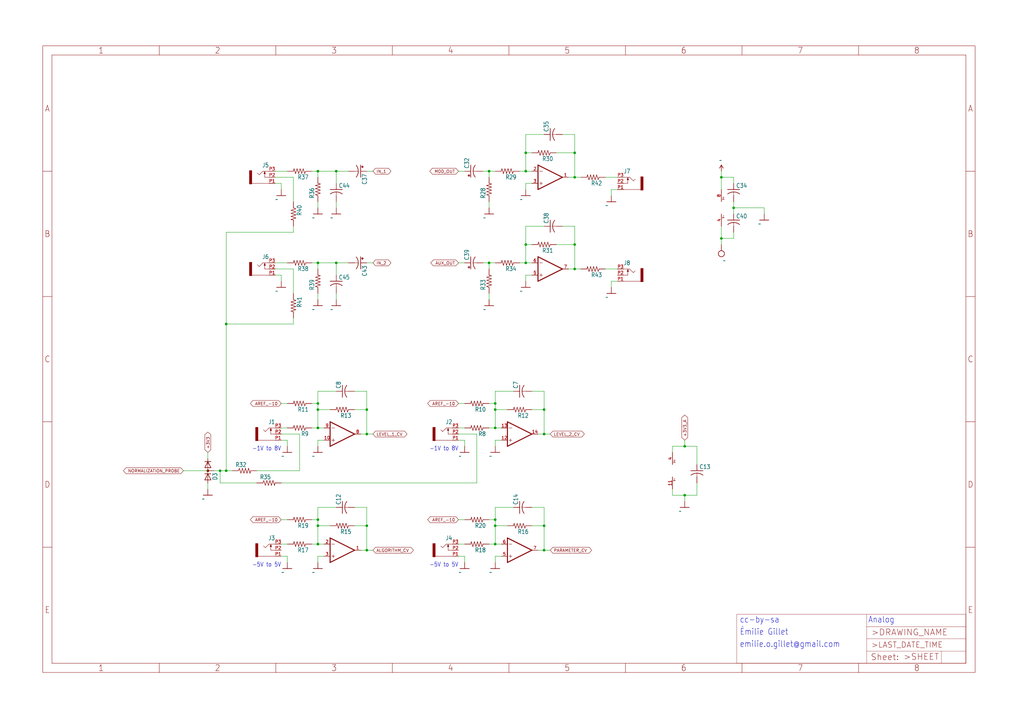
<source format=kicad_sch>
(kicad_sch (version 20211123) (generator eeschema)
  (paper "User" 425.45 299.161)
  (lib_symbols
    (symbol "warps_v30-eagle-import:A3L-LOC"
      (symbol "A3L-LOC_0_0"
        (polyline (pts (xy 0 52.07) (xy 3.81 52.07)))
        (polyline (pts (xy 0 104.14) (xy 3.81 104.14)))
        (polyline (pts (xy 0 156.21) (xy 3.81 156.21)))
        (polyline (pts (xy 0 208.28) (xy 3.81 208.28)))
        (polyline (pts (xy 3.81 3.81) (xy 3.81 256.54)))
        (polyline (pts (xy 48.4188 0) (xy 48.4188 3.81)))
        (polyline (pts (xy 48.4188 256.54) (xy 48.4188 260.35)))
        (polyline (pts (xy 96.8375 0) (xy 96.8375 3.81)))
        (polyline (pts (xy 96.8375 256.54) (xy 96.8375 260.35)))
        (polyline (pts (xy 145.2563 0) (xy 145.2563 3.81)))
        (polyline (pts (xy 145.2563 256.54) (xy 145.2563 260.35)))
        (polyline (pts (xy 193.675 0) (xy 193.675 3.81)))
        (polyline (pts (xy 193.675 256.54) (xy 193.675 260.35)))
        (polyline (pts (xy 242.0938 0) (xy 242.0938 3.81)))
        (polyline (pts (xy 242.0938 256.54) (xy 242.0938 260.35)))
        (polyline (pts (xy 290.5125 0) (xy 290.5125 3.81)))
        (polyline (pts (xy 290.5125 256.54) (xy 290.5125 260.35)))
        (polyline (pts (xy 338.9313 0) (xy 338.9313 3.81)))
        (polyline (pts (xy 338.9313 256.54) (xy 338.9313 260.35)))
        (polyline (pts (xy 383.54 3.81) (xy 3.81 3.81)))
        (polyline (pts (xy 383.54 3.81) (xy 383.54 256.54)))
        (polyline (pts (xy 383.54 52.07) (xy 387.35 52.07)))
        (polyline (pts (xy 383.54 104.14) (xy 387.35 104.14)))
        (polyline (pts (xy 383.54 156.21) (xy 387.35 156.21)))
        (polyline (pts (xy 383.54 208.28) (xy 387.35 208.28)))
        (polyline (pts (xy 383.54 256.54) (xy 3.81 256.54)))
        (polyline (pts (xy 0 0) (xy 387.35 0) (xy 387.35 260.35) (xy 0 260.35) (xy 0 0)))
        (text "1" (at 24.2094 1.905 0) (effects (font (size 2.54 2.286))))
        (text "1" (at 24.2094 258.445 0) (effects (font (size 2.54 2.286))))
        (text "2" (at 72.6281 1.905 0) (effects (font (size 2.54 2.286))))
        (text "2" (at 72.6281 258.445 0) (effects (font (size 2.54 2.286))))
        (text "3" (at 121.0469 1.905 0) (effects (font (size 2.54 2.286))))
        (text "3" (at 121.0469 258.445 0) (effects (font (size 2.54 2.286))))
        (text "4" (at 169.4656 1.905 0) (effects (font (size 2.54 2.286))))
        (text "4" (at 169.4656 258.445 0) (effects (font (size 2.54 2.286))))
        (text "5" (at 217.8844 1.905 0) (effects (font (size 2.54 2.286))))
        (text "5" (at 217.8844 258.445 0) (effects (font (size 2.54 2.286))))
        (text "6" (at 266.3031 1.905 0) (effects (font (size 2.54 2.286))))
        (text "6" (at 266.3031 258.445 0) (effects (font (size 2.54 2.286))))
        (text "7" (at 314.7219 1.905 0) (effects (font (size 2.54 2.286))))
        (text "7" (at 314.7219 258.445 0) (effects (font (size 2.54 2.286))))
        (text "8" (at 363.1406 1.905 0) (effects (font (size 2.54 2.286))))
        (text "8" (at 363.1406 258.445 0) (effects (font (size 2.54 2.286))))
        (text "A" (at 1.905 234.315 0) (effects (font (size 2.54 2.286))))
        (text "A" (at 385.445 234.315 0) (effects (font (size 2.54 2.286))))
        (text "B" (at 1.905 182.245 0) (effects (font (size 2.54 2.286))))
        (text "B" (at 385.445 182.245 0) (effects (font (size 2.54 2.286))))
        (text "C" (at 1.905 130.175 0) (effects (font (size 2.54 2.286))))
        (text "C" (at 385.445 130.175 0) (effects (font (size 2.54 2.286))))
        (text "D" (at 1.905 78.105 0) (effects (font (size 2.54 2.286))))
        (text "D" (at 385.445 78.105 0) (effects (font (size 2.54 2.286))))
        (text "E" (at 1.905 26.035 0) (effects (font (size 2.54 2.286))))
        (text "E" (at 385.445 26.035 0) (effects (font (size 2.54 2.286))))
      )
      (symbol "A3L-LOC_1_0"
        (polyline (pts (xy 288.29 3.81) (xy 288.29 24.13)) (stroke (width 0.1016)))
        (polyline (pts (xy 288.29 3.81) (xy 342.265 3.81)) (stroke (width 0.1016)))
        (polyline (pts (xy 288.29 24.13) (xy 342.265 24.13)) (stroke (width 0.1016)))
        (polyline (pts (xy 342.265 3.81) (xy 373.38 3.81)) (stroke (width 0.1016)))
        (polyline (pts (xy 342.265 8.89) (xy 342.265 3.81)) (stroke (width 0.1016)))
        (polyline (pts (xy 342.265 8.89) (xy 342.265 13.97)) (stroke (width 0.1016)))
        (polyline (pts (xy 342.265 13.97) (xy 342.265 19.05)) (stroke (width 0.1016)))
        (polyline (pts (xy 342.265 13.97) (xy 383.54 13.97)) (stroke (width 0.1016)))
        (polyline (pts (xy 342.265 19.05) (xy 342.265 24.13)) (stroke (width 0.1016)))
        (polyline (pts (xy 342.265 19.05) (xy 383.54 19.05)) (stroke (width 0.1016)))
        (polyline (pts (xy 342.265 24.13) (xy 383.54 24.13)) (stroke (width 0.1016)))
        (polyline (pts (xy 373.38 3.81) (xy 373.38 8.89)) (stroke (width 0.1016)))
        (polyline (pts (xy 373.38 3.81) (xy 383.54 3.81)) (stroke (width 0.1016)))
        (polyline (pts (xy 373.38 8.89) (xy 342.265 8.89)) (stroke (width 0.1016)))
        (polyline (pts (xy 373.38 8.89) (xy 383.54 8.89)) (stroke (width 0.1016)))
        (polyline (pts (xy 383.54 3.81) (xy 383.54 8.89)) (stroke (width 0.1016)))
        (polyline (pts (xy 383.54 8.89) (xy 383.54 13.97)) (stroke (width 0.1016)))
        (polyline (pts (xy 383.54 13.97) (xy 383.54 19.05)) (stroke (width 0.1016)))
        (polyline (pts (xy 383.54 19.05) (xy 383.54 24.13)) (stroke (width 0.1016)))
        (text ">DRAWING_NAME" (at 344.17 15.24 0) (effects (font (size 2.54 2.54)) (justify left bottom)))
        (text ">LAST_DATE_TIME" (at 344.17 10.16 0) (effects (font (size 2.286 2.286)) (justify left bottom)))
        (text ">SHEET" (at 357.505 5.08 0) (effects (font (size 2.54 2.54)) (justify left bottom)))
        (text "Sheet:" (at 343.916 4.953 0) (effects (font (size 2.54 2.54)) (justify left bottom)))
      )
    )
    (symbol "warps_v30-eagle-import:C-USC0603"
      (property "Reference" "C" (at 1.016 0.635 0))
      (property "Value" "C-USC0603" (at 1.016 -4.191 0))
      (symbol "C-USC0603_1_0"
        (arc (start 0 -1.0161) (mid -1.302 -1.2303) (end -2.4668 -1.8504) (stroke (width 0.254)))
        (polyline (pts (xy -2.54 0) (xy 2.54 0)) (stroke (width 0.254)))
        (polyline (pts (xy 0 -1.016) (xy 0 -2.54)) (stroke (width 0.1524)))
        (arc (start 2.4892 -1.8542) (mid 1.3158 -1.2195) (end 0 -1) (stroke (width 0.254)))
        (pin passive line (at 0 2.54 270) (length 2.54) (name "1") (number "1"))
        (pin passive line (at 0 -5.08 90) (length 2.54) (name "2") (number "2"))
      )
    )
    (symbol "warps_v30-eagle-import:CPOL-USA"
      (property "Reference" "C" (at 1.016 0.635 0))
      (property "Value" "CPOL-USA" (at 1.016 -4.191 0))
      (symbol "CPOL-USA_1_0"
        (rectangle (start -2.253 0.668) (end -1.364 0.795) (fill (type outline)))
        (rectangle (start -1.872 0.287) (end -1.745 1.176) (fill (type outline)))
        (arc (start 0 -1.0161) (mid -1.3021 -1.2302) (end -2.4669 -1.8504) (stroke (width 0.254)))
        (polyline (pts (xy -2.54 0) (xy 2.54 0)) (stroke (width 0.254)))
        (polyline (pts (xy 0 -1.016) (xy 0 -2.54)) (stroke (width 0.1524)))
        (arc (start 2.4892 -1.8542) (mid 1.3158 -1.2195) (end 0 -1) (stroke (width 0.254)))
        (pin passive line (at 0 2.54 270) (length 2.54) (name "+") (number "+"))
        (pin passive line (at 0 -5.08 90) (length 2.54) (name "-") (number "-"))
      )
    )
    (symbol "warps_v30-eagle-import:DIODE_2CACA-SOT23"
      (property "Reference" "D" (at 0.762 2.0066 0))
      (property "Value" "DIODE_2CACA-SOT23" (at -4.826 -3.4544 0))
      (symbol "DIODE_2CACA-SOT23_1_0"
        (polyline (pts (xy -3.81 -1.27) (xy -3.81 0)) (stroke (width 0.254)))
        (polyline (pts (xy -3.81 0) (xy -3.81 1.27)) (stroke (width 0.254)))
        (polyline (pts (xy -3.81 0) (xy -1.27 -1.27)) (stroke (width 0.254)))
        (polyline (pts (xy -3.81 0) (xy 1.27 0)) (stroke (width 0.1524)))
        (polyline (pts (xy -2.54 0) (xy -3.81 0)) (stroke (width 0.1524)))
        (polyline (pts (xy -1.27 -1.27) (xy -1.27 1.27)) (stroke (width 0.254)))
        (polyline (pts (xy -1.27 1.27) (xy -3.81 0)) (stroke (width 0.254)))
        (polyline (pts (xy 1.27 -1.27) (xy 1.27 0)) (stroke (width 0.254)))
        (polyline (pts (xy 1.27 0) (xy 1.27 1.27)) (stroke (width 0.254)))
        (polyline (pts (xy 1.27 0) (xy 3.81 -1.27)) (stroke (width 0.254)))
        (polyline (pts (xy 2.54 0) (xy 1.27 0)) (stroke (width 0.1524)))
        (polyline (pts (xy 3.81 -1.27) (xy 3.81 1.27)) (stroke (width 0.254)))
        (polyline (pts (xy 3.81 1.27) (xy 1.27 0)) (stroke (width 0.254)))
        (circle (center 0 0) (radius 0.127) (stroke (width 0.4064)))
        (pin passive line (at 5.08 0 180) (length 2.54) (name "A") (number "1"))
        (pin passive line (at -5.08 0 0) (length 2.54) (name "C") (number "2"))
        (pin passive line (at 0 2.54 270) (length 2.54) (name "AC") (number "3"))
      )
    )
    (symbol "warps_v30-eagle-import:GND" (power)
      (property "Value" "GND" (at -2.54 -2.54 0))
      (symbol "GND_1_0"
        (polyline (pts (xy -1.905 0) (xy 1.905 0)) (stroke (width 0.254)))
        (pin power_in line (at 0 2.54 270) (length 2.54) (name "GND") (number "1"))
      )
    )
    (symbol "warps_v30-eagle-import:PJ301_THONKICONN6"
      (property "Reference" "J" (at -2.54 4.064 0))
      (symbol "PJ301_THONKICONN6_1_0"
        (polyline (pts (xy -2.54 -2.54) (xy 4.572 -2.54)) (stroke (width 0.1524)))
        (polyline (pts (xy -2.54 0) (xy -0.762 0)) (stroke (width 0.1524)))
        (polyline (pts (xy -2.54 2.54) (xy 0 2.54)) (stroke (width 0.1524)))
        (polyline (pts (xy -1.016 1.524) (xy -0.508 1.524)) (stroke (width 0.254)))
        (polyline (pts (xy -0.762 0) (xy -0.762 2.286)) (stroke (width 0.1524)))
        (polyline (pts (xy -0.762 2.286) (xy -1.016 1.524)) (stroke (width 0.254)))
        (polyline (pts (xy -0.508 1.524) (xy -0.762 2.286)) (stroke (width 0.254)))
        (polyline (pts (xy 0 2.54) (xy 1.524 1.016)) (stroke (width 0.1524)))
        (polyline (pts (xy 1.524 1.016) (xy 2.286 1.778)) (stroke (width 0.1524)))
        (rectangle (start 4.572 2.794) (end 5.588 -2.794) (fill (type outline)))
        (pin passive line (at -5.08 -2.54 0) (length 2.54) (name "1") (number "P1"))
        (pin passive line (at -5.08 0 0) (length 2.54) (name "2") (number "P2"))
        (pin passive line (at -5.08 2.54 0) (length 2.54) (name "3") (number "P3"))
      )
    )
    (symbol "warps_v30-eagle-import:R-US_R0603"
      (property "Reference" "R" (at -3.81 1.4986 0))
      (property "Value" "R-US_R0603" (at -3.81 -3.302 0))
      (symbol "R-US_R0603_1_0"
        (polyline (pts (xy -2.54 0) (xy -2.159 1.016)) (stroke (width 0.2032)))
        (polyline (pts (xy -2.159 1.016) (xy -1.524 -1.016)) (stroke (width 0.2032)))
        (polyline (pts (xy -1.524 -1.016) (xy -0.889 1.016)) (stroke (width 0.2032)))
        (polyline (pts (xy -0.889 1.016) (xy -0.254 -1.016)) (stroke (width 0.2032)))
        (polyline (pts (xy -0.254 -1.016) (xy 0.381 1.016)) (stroke (width 0.2032)))
        (polyline (pts (xy 0.381 1.016) (xy 1.016 -1.016)) (stroke (width 0.2032)))
        (polyline (pts (xy 1.016 -1.016) (xy 1.651 1.016)) (stroke (width 0.2032)))
        (polyline (pts (xy 1.651 1.016) (xy 2.286 -1.016)) (stroke (width 0.2032)))
        (polyline (pts (xy 2.286 -1.016) (xy 2.54 0)) (stroke (width 0.2032)))
        (pin passive line (at -5.08 0 0) (length 2.54) (name "1") (number "1"))
        (pin passive line (at 5.08 0 180) (length 2.54) (name "2") (number "2"))
      )
    )
    (symbol "warps_v30-eagle-import:TL072D"
      (symbol "TL072D_1_0"
        (polyline (pts (xy -5.08 -5.08) (xy 5.08 0)) (stroke (width 0.4064)))
        (polyline (pts (xy -5.08 5.08) (xy -5.08 -5.08)) (stroke (width 0.4064)))
        (polyline (pts (xy -4.445 -2.54) (xy -3.175 -2.54)) (stroke (width 0.1524)))
        (polyline (pts (xy -4.445 2.54) (xy -3.175 2.54)) (stroke (width 0.1524)))
        (polyline (pts (xy -3.81 3.175) (xy -3.81 1.905)) (stroke (width 0.1524)))
        (polyline (pts (xy 5.08 0) (xy -5.08 5.08)) (stroke (width 0.4064)))
        (pin output line (at 7.62 0 180) (length 2.54) (name "OUT") (number "1"))
        (pin input line (at -7.62 -2.54 0) (length 2.54) (name "-IN") (number "2"))
        (pin input line (at -7.62 2.54 0) (length 2.54) (name "+IN") (number "3"))
      )
      (symbol "TL072D_2_0"
        (polyline (pts (xy -5.08 -5.08) (xy 5.08 0)) (stroke (width 0.4064)))
        (polyline (pts (xy -5.08 5.08) (xy -5.08 -5.08)) (stroke (width 0.4064)))
        (polyline (pts (xy -4.445 -2.54) (xy -3.175 -2.54)) (stroke (width 0.1524)))
        (polyline (pts (xy -4.445 2.54) (xy -3.175 2.54)) (stroke (width 0.1524)))
        (polyline (pts (xy -3.81 3.175) (xy -3.81 1.905)) (stroke (width 0.1524)))
        (polyline (pts (xy 5.08 0) (xy -5.08 5.08)) (stroke (width 0.4064)))
        (pin input line (at -7.62 2.54 0) (length 2.54) (name "+IN") (number "5"))
        (pin input line (at -7.62 -2.54 0) (length 2.54) (name "-IN") (number "6"))
        (pin output line (at 7.62 0 180) (length 2.54) (name "OUT") (number "7"))
      )
      (symbol "TL072D_3_0"
        (text "V+" (at 1.27 3.175 900) (effects (font (size 0.8128 0.6908)) (justify left bottom)))
        (text "V-" (at 1.27 -4.445 900) (effects (font (size 0.8128 0.6908)) (justify left bottom)))
        (pin power_in line (at 0 -7.62 90) (length 5.08) (name "V-") (number "4"))
        (pin power_in line (at 0 7.62 270) (length 5.08) (name "V+") (number "8"))
      )
    )
    (symbol "warps_v30-eagle-import:TL074D"
      (symbol "TL074D_1_0"
        (polyline (pts (xy -5.08 -5.08) (xy 5.08 0)) (stroke (width 0.4064)))
        (polyline (pts (xy -5.08 5.08) (xy -5.08 -5.08)) (stroke (width 0.4064)))
        (polyline (pts (xy -4.445 -2.54) (xy -3.175 -2.54)) (stroke (width 0.1524)))
        (polyline (pts (xy -4.445 2.54) (xy -3.175 2.54)) (stroke (width 0.1524)))
        (polyline (pts (xy -3.81 3.175) (xy -3.81 1.905)) (stroke (width 0.1524)))
        (polyline (pts (xy 5.08 0) (xy -5.08 5.08)) (stroke (width 0.4064)))
        (pin output line (at 7.62 0 180) (length 2.54) (name "OUT") (number "1"))
        (pin input line (at -7.62 -2.54 0) (length 2.54) (name "-IN") (number "2"))
        (pin input line (at -7.62 2.54 0) (length 2.54) (name "+IN") (number "3"))
      )
      (symbol "TL074D_2_0"
        (polyline (pts (xy -5.08 -5.08) (xy 5.08 0)) (stroke (width 0.4064)))
        (polyline (pts (xy -5.08 5.08) (xy -5.08 -5.08)) (stroke (width 0.4064)))
        (polyline (pts (xy -4.445 -2.54) (xy -3.175 -2.54)) (stroke (width 0.1524)))
        (polyline (pts (xy -4.445 2.54) (xy -3.175 2.54)) (stroke (width 0.1524)))
        (polyline (pts (xy -3.81 3.175) (xy -3.81 1.905)) (stroke (width 0.1524)))
        (polyline (pts (xy 5.08 0) (xy -5.08 5.08)) (stroke (width 0.4064)))
        (pin input line (at -7.62 2.54 0) (length 2.54) (name "+IN") (number "5"))
        (pin input line (at -7.62 -2.54 0) (length 2.54) (name "-IN") (number "6"))
        (pin output line (at 7.62 0 180) (length 2.54) (name "OUT") (number "7"))
      )
      (symbol "TL074D_3_0"
        (polyline (pts (xy -5.08 -5.08) (xy 5.08 0)) (stroke (width 0.4064)))
        (polyline (pts (xy -5.08 5.08) (xy -5.08 -5.08)) (stroke (width 0.4064)))
        (polyline (pts (xy -4.445 -2.54) (xy -3.175 -2.54)) (stroke (width 0.1524)))
        (polyline (pts (xy -4.445 2.54) (xy -3.175 2.54)) (stroke (width 0.1524)))
        (polyline (pts (xy -3.81 3.175) (xy -3.81 1.905)) (stroke (width 0.1524)))
        (polyline (pts (xy 5.08 0) (xy -5.08 5.08)) (stroke (width 0.4064)))
        (pin input line (at -7.62 2.54 0) (length 2.54) (name "+IN") (number "10"))
        (pin output line (at 7.62 0 180) (length 2.54) (name "OUT") (number "8"))
        (pin input line (at -7.62 -2.54 0) (length 2.54) (name "-IN") (number "9"))
      )
      (symbol "TL074D_4_0"
        (polyline (pts (xy -5.08 -5.08) (xy 5.08 0)) (stroke (width 0.4064)))
        (polyline (pts (xy -5.08 5.08) (xy -5.08 -5.08)) (stroke (width 0.4064)))
        (polyline (pts (xy -4.445 -2.54) (xy -3.175 -2.54)) (stroke (width 0.1524)))
        (polyline (pts (xy -4.445 2.54) (xy -3.175 2.54)) (stroke (width 0.1524)))
        (polyline (pts (xy -3.81 3.175) (xy -3.81 1.905)) (stroke (width 0.1524)))
        (polyline (pts (xy 5.08 0) (xy -5.08 5.08)) (stroke (width 0.4064)))
        (pin input line (at -7.62 2.54 0) (length 2.54) (name "+IN") (number "12"))
        (pin input line (at -7.62 -2.54 0) (length 2.54) (name "-IN") (number "13"))
        (pin output line (at 7.62 0 180) (length 2.54) (name "OUT") (number "14"))
      )
      (symbol "TL074D_5_0"
        (text "V+" (at 1.27 3.175 900) (effects (font (size 0.8128 0.6908)) (justify left bottom)))
        (text "V-" (at 1.27 -4.445 900) (effects (font (size 0.8128 0.6908)) (justify left bottom)))
        (pin power_in line (at 0 -7.62 90) (length 5.08) (name "V-") (number "11"))
        (pin power_in line (at 0 7.62 270) (length 5.08) (name "V+") (number "4"))
      )
    )
    (symbol "warps_v30-eagle-import:VCC" (power)
      (property "Value" "VCC" (at -1.016 3.556 0))
      (symbol "VCC_1_0"
        (polyline (pts (xy 0 2.54) (xy -0.762 1.27)) (stroke (width 0.254)))
        (polyline (pts (xy 0.762 1.27) (xy 0 2.54)) (stroke (width 0.254)))
        (pin power_in line (at 0 0 90) (length 2.54) (name "VCC") (number "1"))
      )
    )
    (symbol "warps_v30-eagle-import:VEE" (power)
      (property "Value" "VEE" (at -1.905 3.175 0))
      (symbol "VEE_1_0"
        (circle (center 0 1.27) (radius 1.27) (stroke (width 0.254)))
        (pin power_in line (at 0 -2.54 90) (length 2.54) (name "VEE") (number "1"))
      )
    )
  )
  (junction (at 284.48 205.74))
  (junction (at 203.2 71.12))
  (junction (at 132.08 218.44))
  (junction (at 205.74 215.9))
  (junction (at 203.2 109.22))
  (junction (at 218.44 109.22))
  (junction (at 238.76 73.66))
  (junction (at 91.44 195.58))
  (junction (at 284.48 185.42))
  (junction (at 218.44 101.6))
  (junction (at 238.76 101.6))
  (junction (at 93.98 195.58))
  (junction (at 152.4 180.34))
  (junction (at 238.76 63.5))
  (junction (at 132.08 177.8))
  (junction (at 139.7 71.12))
  (junction (at 226.06 218.44))
  (junction (at 299.72 99.06))
  (junction (at 152.4 228.6))
  (junction (at 299.72 73.66))
  (junction (at 226.06 180.34))
  (junction (at 205.74 226.06))
  (junction (at 152.4 170.18))
  (junction (at 93.98 134.62))
  (junction (at 238.76 111.76))
  (junction (at 132.08 215.9))
  (junction (at 139.7 109.22))
  (junction (at 205.74 218.44))
  (junction (at 132.08 226.06))
  (junction (at 304.8 86.36))
  (junction (at 132.08 71.12))
  (junction (at 132.08 170.18))
  (junction (at 205.74 170.18))
  (junction (at 205.74 177.8))
  (junction (at 218.44 63.5))
  (junction (at 132.08 109.22))
  (junction (at 205.74 167.64))
  (junction (at 218.44 71.12))
  (junction (at 226.06 228.6))
  (junction (at 132.08 167.64))
  (junction (at 226.06 170.18))
  (junction (at 152.4 218.44))
  (wire (pts (xy 218.44 71.12) (xy 220.98 71.12)))
  (wire (pts (xy 218.44 101.6) (xy 220.98 101.6)))
  (wire (pts (xy 203.2 71.12) (xy 203.2 73.66)))
  (wire (pts (xy 190.5 177.8) (xy 193.04 177.8)))
  (wire (pts (xy 152.4 180.34) (xy 154.94 180.34)))
  (wire (pts (xy 190.5 215.9) (xy 193.04 215.9)))
  (wire (pts (xy 256.54 116.84) (xy 254 116.84)))
  (wire (pts (xy 152.4 228.6) (xy 149.86 228.6)))
  (wire (pts (xy 203.2 121.92) (xy 203.2 124.46)))
  (wire (pts (xy 190.5 231.14) (xy 193.04 231.14)))
  (wire (pts (xy 129.54 177.8) (xy 132.08 177.8)))
  (wire (pts (xy 205.74 177.8) (xy 208.28 177.8)))
  (wire (pts (xy 218.44 114.3) (xy 218.44 116.84)))
  (wire (pts (xy 193.04 71.12) (xy 190.5 71.12)))
  (wire (pts (xy 215.9 71.12) (xy 218.44 71.12)))
  (wire (pts (xy 121.92 111.76) (xy 121.92 121.92)))
  (wire (pts (xy 284.48 205.74) (xy 284.48 208.28)))
  (wire (pts (xy 279.4 203.2) (xy 279.4 205.74)))
  (wire (pts (xy 226.06 218.44) (xy 226.06 228.6)))
  (wire (pts (xy 132.08 109.22) (xy 139.7 109.22)))
  (wire (pts (xy 124.46 195.58) (xy 124.46 180.34)))
  (wire (pts (xy 220.98 114.3) (xy 218.44 114.3)))
  (wire (pts (xy 106.68 200.66) (xy 91.44 200.66)))
  (wire (pts (xy 91.44 200.66) (xy 91.44 195.58)))
  (wire (pts (xy 254 116.84) (xy 254 119.38)))
  (wire (pts (xy 193.04 231.14) (xy 193.04 233.68)))
  (wire (pts (xy 116.84 200.66) (xy 198.12 200.66)))
  (wire (pts (xy 76.2 195.58) (xy 91.44 195.58)))
  (wire (pts (xy 124.46 180.34) (xy 116.84 180.34)))
  (wire (pts (xy 132.08 182.88) (xy 132.08 185.42)))
  (wire (pts (xy 205.74 218.44) (xy 205.74 226.06)))
  (wire (pts (xy 231.14 101.6) (xy 238.76 101.6)))
  (wire (pts (xy 116.84 114.3) (xy 116.84 116.84)))
  (wire (pts (xy 132.08 215.9) (xy 132.08 218.44)))
  (wire (pts (xy 205.74 226.06) (xy 208.28 226.06)))
  (wire (pts (xy 289.56 185.42) (xy 289.56 193.04)))
  (wire (pts (xy 299.72 99.06) (xy 299.72 101.6)))
  (wire (pts (xy 134.62 231.14) (xy 132.08 231.14)))
  (wire (pts (xy 210.82 218.44) (xy 205.74 218.44)))
  (wire (pts (xy 220.98 210.82) (xy 226.06 210.82)))
  (wire (pts (xy 218.44 63.5) (xy 220.98 63.5)))
  (wire (pts (xy 198.12 200.66) (xy 198.12 180.34)))
  (wire (pts (xy 114.3 111.76) (xy 121.92 111.76)))
  (wire (pts (xy 238.76 93.98) (xy 238.76 101.6)))
  (wire (pts (xy 193.04 109.22) (xy 190.5 109.22)))
  (wire (pts (xy 147.32 210.82) (xy 152.4 210.82)))
  (wire (pts (xy 132.08 71.12) (xy 132.08 73.66)))
  (wire (pts (xy 203.2 109.22) (xy 203.2 111.76)))
  (wire (pts (xy 114.3 109.22) (xy 119.38 109.22)))
  (wire (pts (xy 139.7 83.82) (xy 139.7 86.36)))
  (wire (pts (xy 137.16 218.44) (xy 132.08 218.44)))
  (wire (pts (xy 114.3 71.12) (xy 119.38 71.12)))
  (wire (pts (xy 200.66 109.22) (xy 203.2 109.22)))
  (wire (pts (xy 119.38 182.88) (xy 119.38 185.42)))
  (wire (pts (xy 93.98 195.58) (xy 96.52 195.58)))
  (wire (pts (xy 116.84 226.06) (xy 119.38 226.06)))
  (wire (pts (xy 190.5 182.88) (xy 193.04 182.88)))
  (wire (pts (xy 231.14 63.5) (xy 238.76 63.5)))
  (wire (pts (xy 218.44 93.98) (xy 226.06 93.98)))
  (wire (pts (xy 251.46 73.66) (xy 256.54 73.66)))
  (wire (pts (xy 132.08 71.12) (xy 139.7 71.12)))
  (wire (pts (xy 129.54 226.06) (xy 132.08 226.06)))
  (wire (pts (xy 119.38 231.14) (xy 119.38 233.68)))
  (wire (pts (xy 213.36 162.56) (xy 205.74 162.56)))
  (wire (pts (xy 218.44 71.12) (xy 218.44 63.5)))
  (wire (pts (xy 251.46 111.76) (xy 256.54 111.76)))
  (wire (pts (xy 121.92 73.66) (xy 121.92 83.82)))
  (wire (pts (xy 304.8 83.82) (xy 304.8 86.36)))
  (wire (pts (xy 116.84 182.88) (xy 119.38 182.88)))
  (wire (pts (xy 106.68 195.58) (xy 124.46 195.58)))
  (wire (pts (xy 299.72 73.66) (xy 304.8 73.66)))
  (wire (pts (xy 152.4 162.56) (xy 152.4 170.18)))
  (wire (pts (xy 233.68 93.98) (xy 238.76 93.98)))
  (wire (pts (xy 205.74 210.82) (xy 205.74 215.9)))
  (wire (pts (xy 139.7 71.12) (xy 139.7 76.2)))
  (wire (pts (xy 208.28 231.14) (xy 205.74 231.14)))
  (wire (pts (xy 114.3 73.66) (xy 121.92 73.66)))
  (wire (pts (xy 203.2 109.22) (xy 205.74 109.22)))
  (wire (pts (xy 91.44 195.58) (xy 93.98 195.58)))
  (wire (pts (xy 132.08 109.22) (xy 132.08 111.76)))
  (wire (pts (xy 203.2 177.8) (xy 205.74 177.8)))
  (wire (pts (xy 220.98 162.56) (xy 226.06 162.56)))
  (wire (pts (xy 284.48 185.42) (xy 284.48 182.88)))
  (wire (pts (xy 226.06 180.34) (xy 223.52 180.34)))
  (wire (pts (xy 132.08 218.44) (xy 132.08 226.06)))
  (wire (pts (xy 205.74 170.18) (xy 205.74 177.8)))
  (wire (pts (xy 220.98 76.2) (xy 218.44 76.2)))
  (wire (pts (xy 152.4 109.22) (xy 154.94 109.22)))
  (wire (pts (xy 226.06 162.56) (xy 226.06 170.18)))
  (wire (pts (xy 116.84 177.8) (xy 119.38 177.8)))
  (wire (pts (xy 132.08 83.82) (xy 132.08 86.36)))
  (wire (pts (xy 129.54 71.12) (xy 132.08 71.12)))
  (wire (pts (xy 208.28 182.88) (xy 205.74 182.88)))
  (wire (pts (xy 116.84 167.64) (xy 119.38 167.64)))
  (wire (pts (xy 304.8 86.36) (xy 304.8 88.9)))
  (wire (pts (xy 284.48 185.42) (xy 289.56 185.42)))
  (wire (pts (xy 147.32 218.44) (xy 152.4 218.44)))
  (wire (pts (xy 121.92 96.52) (xy 93.98 96.52)))
  (wire (pts (xy 152.4 210.82) (xy 152.4 218.44)))
  (wire (pts (xy 129.54 215.9) (xy 132.08 215.9)))
  (wire (pts (xy 132.08 167.64) (xy 132.08 170.18)))
  (wire (pts (xy 304.8 86.36) (xy 317.5 86.36)))
  (wire (pts (xy 205.74 162.56) (xy 205.74 167.64)))
  (wire (pts (xy 132.08 170.18) (xy 132.08 177.8)))
  (wire (pts (xy 86.36 200.66) (xy 86.36 203.2)))
  (wire (pts (xy 132.08 226.06) (xy 134.62 226.06)))
  (wire (pts (xy 137.16 170.18) (xy 132.08 170.18)))
  (wire (pts (xy 220.98 170.18) (xy 226.06 170.18)))
  (wire (pts (xy 200.66 71.12) (xy 203.2 71.12)))
  (wire (pts (xy 205.74 215.9) (xy 205.74 218.44)))
  (wire (pts (xy 284.48 205.74) (xy 289.56 205.74)))
  (wire (pts (xy 152.4 180.34) (xy 149.86 180.34)))
  (wire (pts (xy 121.92 93.98) (xy 121.92 96.52)))
  (wire (pts (xy 238.76 73.66) (xy 236.22 73.66)))
  (wire (pts (xy 210.82 170.18) (xy 205.74 170.18)))
  (wire (pts (xy 218.44 101.6) (xy 218.44 93.98)))
  (wire (pts (xy 203.2 167.64) (xy 205.74 167.64)))
  (wire (pts (xy 119.38 215.9) (xy 116.84 215.9)))
  (wire (pts (xy 152.4 228.6) (xy 154.94 228.6)))
  (wire (pts (xy 304.8 73.66) (xy 304.8 76.2)))
  (wire (pts (xy 238.76 111.76) (xy 241.3 111.76)))
  (wire (pts (xy 114.3 114.3) (xy 116.84 114.3)))
  (wire (pts (xy 238.76 111.76) (xy 236.22 111.76)))
  (wire (pts (xy 139.7 210.82) (xy 132.08 210.82)))
  (wire (pts (xy 238.76 73.66) (xy 241.3 73.66)))
  (wire (pts (xy 226.06 210.82) (xy 226.06 218.44)))
  (wire (pts (xy 129.54 167.64) (xy 132.08 167.64)))
  (wire (pts (xy 93.98 134.62) (xy 93.98 195.58)))
  (wire (pts (xy 116.84 231.14) (xy 119.38 231.14)))
  (wire (pts (xy 205.74 182.88) (xy 205.74 185.42)))
  (wire (pts (xy 218.44 55.88) (xy 226.06 55.88)))
  (wire (pts (xy 299.72 93.98) (xy 299.72 99.06)))
  (wire (pts (xy 139.7 162.56) (xy 132.08 162.56)))
  (wire (pts (xy 289.56 200.66) (xy 289.56 205.74)))
  (wire (pts (xy 139.7 121.92) (xy 139.7 124.46)))
  (wire (pts (xy 279.4 187.96) (xy 279.4 185.42)))
  (wire (pts (xy 139.7 109.22) (xy 144.78 109.22)))
  (wire (pts (xy 238.76 63.5) (xy 238.76 73.66)))
  (wire (pts (xy 147.32 170.18) (xy 152.4 170.18)))
  (wire (pts (xy 317.5 86.36) (xy 317.5 88.9)))
  (wire (pts (xy 238.76 101.6) (xy 238.76 111.76)))
  (wire (pts (xy 205.74 231.14) (xy 205.74 233.68)))
  (wire (pts (xy 190.5 226.06) (xy 193.04 226.06)))
  (wire (pts (xy 213.36 210.82) (xy 205.74 210.82)))
  (wire (pts (xy 190.5 167.64) (xy 193.04 167.64)))
  (wire (pts (xy 134.62 182.88) (xy 132.08 182.88)))
  (wire (pts (xy 129.54 109.22) (xy 132.08 109.22)))
  (wire (pts (xy 152.4 218.44) (xy 152.4 228.6)))
  (wire (pts (xy 254 78.74) (xy 254 81.28)))
  (wire (pts (xy 226.06 170.18) (xy 226.06 180.34)))
  (wire (pts (xy 121.92 134.62) (xy 93.98 134.62)))
  (wire (pts (xy 121.92 132.08) (xy 121.92 134.62)))
  (wire (pts (xy 139.7 109.22) (xy 139.7 114.3)))
  (wire (pts (xy 132.08 121.92) (xy 132.08 124.46)))
  (wire (pts (xy 132.08 162.56) (xy 132.08 167.64)))
  (wire (pts (xy 116.84 76.2) (xy 116.84 78.74)))
  (wire (pts (xy 238.76 55.88) (xy 238.76 63.5)))
  (wire (pts (xy 233.68 55.88) (xy 238.76 55.88)))
  (wire (pts (xy 226.06 228.6) (xy 223.52 228.6)))
  (wire (pts (xy 93.98 96.52) (xy 93.98 134.62)))
  (wire (pts (xy 132.08 210.82) (xy 132.08 215.9)))
  (wire (pts (xy 304.8 99.06) (xy 304.8 96.52)))
  (wire (pts (xy 218.44 109.22) (xy 218.44 101.6)))
  (wire (pts (xy 256.54 78.74) (xy 254 78.74)))
  (wire (pts (xy 218.44 109.22) (xy 220.98 109.22)))
  (wire (pts (xy 203.2 215.9) (xy 205.74 215.9)))
  (wire (pts (xy 220.98 218.44) (xy 226.06 218.44)))
  (wire (pts (xy 86.36 190.5) (xy 86.36 187.96)))
  (wire (pts (xy 139.7 71.12) (xy 144.78 71.12)))
  (wire (pts (xy 114.3 76.2) (xy 116.84 76.2)))
  (wire (pts (xy 152.4 71.12) (xy 154.94 71.12)))
  (wire (pts (xy 132.08 177.8) (xy 134.62 177.8)))
  (wire (pts (xy 299.72 99.06) (xy 304.8 99.06)))
  (wire (pts (xy 299.72 78.74) (xy 299.72 73.66)))
  (wire (pts (xy 218.44 76.2) (xy 218.44 78.74)))
  (wire (pts (xy 147.32 162.56) (xy 152.4 162.56)))
  (wire (pts (xy 226.06 228.6) (xy 228.6 228.6)))
  (wire (pts (xy 132.08 231.14) (xy 132.08 233.68)))
  (wire (pts (xy 198.12 180.34) (xy 190.5 180.34)))
  (wire (pts (xy 203.2 226.06) (xy 205.74 226.06)))
  (wire (pts (xy 203.2 83.82) (xy 203.2 86.36)))
  (wire (pts (xy 205.74 167.64) (xy 205.74 170.18)))
  (wire (pts (xy 279.4 185.42) (xy 284.48 185.42)))
  (wire (pts (xy 226.06 180.34) (xy 228.6 180.34)))
  (wire (pts (xy 203.2 71.12) (xy 205.74 71.12)))
  (wire (pts (xy 299.72 73.66) (xy 299.72 71.12)))
  (wire (pts (xy 279.4 205.74) (xy 284.48 205.74)))
  (wire (pts (xy 152.4 170.18) (xy 152.4 180.34)))
  (wire (pts (xy 215.9 109.22) (xy 218.44 109.22)))
  (wire (pts (xy 193.04 182.88) (xy 193.04 185.42)))
  (wire (pts (xy 218.44 63.5) (xy 218.44 55.88)))
  (text "-5V to 5V" (at 190.5 233.68 180) (effects (font (size 1.778 1.5113)) (justify right top)))
  (text "emilie.o.gillet@gmail.com" (at 307.34 269.24 180) (effects (font (size 2.54 2.159)) (justify left bottom)))
  (text "cc-by-sa" (at 307.34 259.08 180) (effects (font (size 2.54 2.159)) (justify left bottom)))
  (text "Émilie Gillet" (at 307.34 264.16 180) (effects (font (size 2.54 2.159)) (justify left bottom)))
  (text "-5V to 5V" (at 116.84 233.68 180) (effects (font (size 1.778 1.5113)) (justify right top)))
  (text "-1V to 8V" (at 116.84 185.42 180) (effects (font (size 1.778 1.5113)) (justify right top)))
  (text "-1V to 8V" (at 190.5 185.42 180) (effects (font (size 1.778 1.5113)) (justify right top)))
  (text "Analog" (at 360.68 259.08 180) (effects (font (size 2.54 2.159)) (justify left bottom)))
  (global_label "LEVEL_2_CV" (shape bidirectional) (at 228.6 180.34 0) (effects (font (size 1.2446 1.2446))) (property "Intersheet References" "${INTERSHEET_REFS}" (effects hide)))
  (global_label "ALGORITHM_CV" (shape bidirectional) (at 154.94 228.6 0) (effects (font (size 1.2446 1.2446))) (property "Intersheet References" "${INTERSHEET_REFS}" (effects hide)))
  (global_label "NORMALIZATION_PROBE" (shape bidirectional) (at 76.2 195.58 180) (effects (font (size 1.2446 1.2446))) (property "Intersheet References" "${INTERSHEET_REFS}" (effects hide)))
  (global_label "IN_2" (shape bidirectional) (at 154.94 109.22 0) (effects (font (size 1.2446 1.2446))) (property "Intersheet References" "${INTERSHEET_REFS}" (effects hide)))
  (global_label "+3V3" (shape bidirectional) (at 86.36 187.96 90) (effects (font (size 1.2446 1.2446))) (property "Intersheet References" "${INTERSHEET_REFS}" (effects hide)))
  (global_label "AREF_-10" (shape bidirectional) (at 190.5 167.64 180) (effects (font (size 1.2446 1.2446))) (property "Intersheet References" "${INTERSHEET_REFS}" (effects hide)))
  (global_label "PARAMETER_CV" (shape bidirectional) (at 228.6 228.6 0) (effects (font (size 1.2446 1.2446))) (property "Intersheet References" "${INTERSHEET_REFS}" (effects hide)))
  (global_label "LEVEL_1_CV" (shape bidirectional) (at 154.94 180.34 0) (effects (font (size 1.2446 1.2446))) (property "Intersheet References" "${INTERSHEET_REFS}" (effects hide)))
  (global_label "AREF_-10" (shape bidirectional) (at 190.5 215.9 180) (effects (font (size 1.2446 1.2446))) (property "Intersheet References" "${INTERSHEET_REFS}" (effects hide)))
  (global_label "MOD_OUT" (shape bidirectional) (at 190.5 71.12 180) (effects (font (size 1.2446 1.2446))) (property "Intersheet References" "${INTERSHEET_REFS}" (effects hide)))
  (global_label "IN_1" (shape bidirectional) (at 154.94 71.12 0) (effects (font (size 1.2446 1.2446))) (property "Intersheet References" "${INTERSHEET_REFS}" (effects hide)))
  (global_label "AREF_-10" (shape bidirectional) (at 116.84 167.64 180) (effects (font (size 1.2446 1.2446))) (property "Intersheet References" "${INTERSHEET_REFS}" (effects hide)))
  (global_label "+3V3_A" (shape bidirectional) (at 284.48 182.88 90) (effects (font (size 1.2446 1.2446))) (property "Intersheet References" "${INTERSHEET_REFS}" (effects hide)))
  (global_label "AREF_-10" (shape bidirectional) (at 116.84 215.9 180) (effects (font (size 1.2446 1.2446))) (property "Intersheet References" "${INTERSHEET_REFS}" (effects hide)))
  (global_label "AUX_OUT" (shape bidirectional) (at 190.5 109.22 180) (effects (font (size 1.2446 1.2446))) (property "Intersheet References" "${INTERSHEET_REFS}" (effects hide)))
  (symbol (lib_id "warps_v30-eagle-import:TL074D") (at 142.24 180.34 0) (mirror x) (unit 3)
    (property "Reference" "IC3" (effects hide))
  )
  (symbol (lib_id "warps_v30-eagle-import:GND") (at 132.08 88.9 0) (unit 1)
    (property "Reference" "#GND29" (effects hide))
  )
  (symbol (lib_id "warps_v30-eagle-import:C-USC0603") (at 142.24 162.56 90) (unit 1)
    (property "Reference" "C8" (at 141.605 161.544 0) (effects (font (size 1.778 1.5113)) (justify left bottom)))
  )
  (symbol (lib_id "warps_v30-eagle-import:TL072D") (at 299.72 86.36 0) (unit 3)
    (property "Reference" "IC6" (effects hide))
  )
  (symbol (lib_id "warps_v30-eagle-import:PJ301_THONKICONN6") (at 185.42 228.6 0) (mirror y) (unit 1)
    (property "Reference" "J4" (at 187.96 224.536 0) (effects (font (size 1.778 1.5113)) (justify left bottom)))
  )
  (symbol (lib_id "warps_v30-eagle-import:R-US_R0603") (at 124.46 167.64 180) (unit 1)
    (property "Reference" "R11" (at 128.27 169.1386 0) (effects (font (size 1.778 1.5113)) (justify left bottom)))
  )
  (symbol (lib_id "warps_v30-eagle-import:PJ301_THONKICONN6") (at 109.22 111.76 0) (mirror y) (unit 1)
    (property "Reference" "J6" (at 111.76 107.696 0) (effects (font (size 1.778 1.5113)) (justify left bottom)))
  )
  (symbol (lib_id "warps_v30-eagle-import:A3L-LOC") (at 17.78 279.4 0) (unit 1)
    (property "Reference" "#FRAME1" (effects hide))
  )
  (symbol (lib_id "warps_v30-eagle-import:PJ301_THONKICONN6") (at 109.22 73.66 0) (mirror y) (unit 1)
    (property "Reference" "J5" (at 111.76 69.596 0) (effects (font (size 1.778 1.5113)) (justify left bottom)))
  )
  (symbol (lib_id "warps_v30-eagle-import:R-US_R0603") (at 210.82 109.22 180) (unit 1)
    (property "Reference" "R34" (at 214.63 110.7186 0) (effects (font (size 1.778 1.5113)) (justify left bottom)))
  )
  (symbol (lib_id "warps_v30-eagle-import:R-US_R0603") (at 121.92 88.9 270) (unit 1)
    (property "Reference" "R40" (at 123.4186 85.09 0) (effects (font (size 1.778 1.5113)) (justify left bottom)))
  )
  (symbol (lib_id "warps_v30-eagle-import:PJ301_THONKICONN6") (at 111.76 228.6 0) (mirror y) (unit 1)
    (property "Reference" "J3" (at 114.3 224.536 0) (effects (font (size 1.778 1.5113)) (justify left bottom)))
  )
  (symbol (lib_id "warps_v30-eagle-import:PJ301_THONKICONN6") (at 185.42 180.34 0) (mirror y) (unit 1)
    (property "Reference" "J2" (at 187.96 176.276 0) (effects (font (size 1.778 1.5113)) (justify left bottom)))
  )
  (symbol (lib_id "warps_v30-eagle-import:R-US_R0603") (at 101.6 195.58 0) (unit 1)
    (property "Reference" "R32" (at 97.79 194.0814 0) (effects (font (size 1.778 1.5113)) (justify left bottom)))
  )
  (symbol (lib_id "warps_v30-eagle-import:R-US_R0603") (at 121.92 127 270) (unit 1)
    (property "Reference" "R41" (at 123.4186 123.19 0) (effects (font (size 1.778 1.5113)) (justify left bottom)))
  )
  (symbol (lib_id "warps_v30-eagle-import:GND") (at 203.2 88.9 0) (unit 1)
    (property "Reference" "#GND37" (effects hide))
  )
  (symbol (lib_id "warps_v30-eagle-import:GND") (at 203.2 127 0) (unit 1)
    (property "Reference" "#GND31" (effects hide))
  )
  (symbol (lib_id "warps_v30-eagle-import:GND") (at 205.74 236.22 0) (unit 1)
    (property "Reference" "#GND13" (effects hide))
  )
  (symbol (lib_id "warps_v30-eagle-import:R-US_R0603") (at 210.82 71.12 180) (unit 1)
    (property "Reference" "R29" (at 214.63 72.6186 0) (effects (font (size 1.778 1.5113)) (justify left bottom)))
  )
  (symbol (lib_id "warps_v30-eagle-import:GND") (at 116.84 81.28 0) (unit 1)
    (property "Reference" "#GND27" (effects hide))
  )
  (symbol (lib_id "warps_v30-eagle-import:R-US_R0603") (at 226.06 63.5 180) (unit 1)
    (property "Reference" "R30" (at 229.87 64.9986 0) (effects (font (size 1.778 1.5113)) (justify left bottom)))
  )
  (symbol (lib_id "warps_v30-eagle-import:GND") (at 116.84 119.38 0) (unit 1)
    (property "Reference" "#GND22" (effects hide))
  )
  (symbol (lib_id "warps_v30-eagle-import:R-US_R0603") (at 142.24 218.44 180) (unit 1)
    (property "Reference" "R15" (at 146.05 219.9386 0) (effects (font (size 1.778 1.5113)) (justify left bottom)))
  )
  (symbol (lib_id "warps_v30-eagle-import:GND") (at 284.48 210.82 0) (unit 1)
    (property "Reference" "#GND28" (effects hide))
  )
  (symbol (lib_id "warps_v30-eagle-import:TL072D") (at 228.6 73.66 0) (mirror x) (unit 1)
    (property "Reference" "IC6" (effects hide))
  )
  (symbol (lib_id "warps_v30-eagle-import:GND") (at 132.08 187.96 0) (unit 1)
    (property "Reference" "#GND2" (effects hide))
  )
  (symbol (lib_id "warps_v30-eagle-import:GND") (at 139.7 127 0) (unit 1)
    (property "Reference" "#GND26" (effects hide))
  )
  (symbol (lib_id "warps_v30-eagle-import:VEE") (at 299.72 104.14 180) (unit 1)
    (property "Reference" "#SUPPLY4" (effects hide))
  )
  (symbol (lib_id "warps_v30-eagle-import:GND") (at 317.5 91.44 0) (unit 1)
    (property "Reference" "#GND41" (effects hide))
  )
  (symbol (lib_id "warps_v30-eagle-import:VCC") (at 299.72 71.12 0) (unit 1)
    (property "Reference" "#P+1" (effects hide))
  )
  (symbol (lib_id "warps_v30-eagle-import:R-US_R0603") (at 124.46 226.06 180) (unit 1)
    (property "Reference" "R17" (at 128.27 227.5586 0) (effects (font (size 1.778 1.5113)) (justify left bottom)))
  )
  (symbol (lib_id "warps_v30-eagle-import:R-US_R0603") (at 124.46 177.8 180) (unit 1)
    (property "Reference" "R9" (at 128.27 179.2986 0) (effects (font (size 1.778 1.5113)) (justify left bottom)))
  )
  (symbol (lib_id "warps_v30-eagle-import:CPOL-USA") (at 149.86 109.22 270) (unit 1)
    (property "Reference" "C43" (at 150.495 110.236 0) (effects (font (size 1.778 1.5113)) (justify left bottom)))
  )
  (symbol (lib_id "warps_v30-eagle-import:R-US_R0603") (at 124.46 109.22 180) (unit 1)
    (property "Reference" "R38" (at 128.27 110.7186 0) (effects (font (size 1.778 1.5113)) (justify left bottom)))
  )
  (symbol (lib_id "warps_v30-eagle-import:R-US_R0603") (at 142.24 170.18 180) (unit 1)
    (property "Reference" "R13" (at 146.05 171.6786 0) (effects (font (size 1.778 1.5113)) (justify left bottom)))
  )
  (symbol (lib_id "warps_v30-eagle-import:R-US_R0603") (at 203.2 116.84 90) (unit 1)
    (property "Reference" "R33" (at 201.7014 120.65 0) (effects (font (size 1.778 1.5113)) (justify left bottom)))
  )
  (symbol (lib_id "warps_v30-eagle-import:R-US_R0603") (at 132.08 78.74 90) (unit 1)
    (property "Reference" "R36" (at 130.5814 82.55 0) (effects (font (size 1.778 1.5113)) (justify left bottom)))
  )
  (symbol (lib_id "warps_v30-eagle-import:GND") (at 193.04 236.22 0) (unit 1)
    (property "Reference" "#GND6" (effects hide))
  )
  (symbol (lib_id "warps_v30-eagle-import:R-US_R0603") (at 215.9 170.18 180) (unit 1)
    (property "Reference" "R12" (at 219.71 171.6786 0) (effects (font (size 1.778 1.5113)) (justify left bottom)))
  )
  (symbol (lib_id "warps_v30-eagle-import:GND") (at 254 121.92 0) (unit 1)
    (property "Reference" "#GND33" (effects hide))
  )
  (symbol (lib_id "warps_v30-eagle-import:C-USC0603") (at 215.9 210.82 90) (unit 1)
    (property "Reference" "C14" (at 215.265 209.804 0) (effects (font (size 1.778 1.5113)) (justify left bottom)))
  )
  (symbol (lib_id "warps_v30-eagle-import:GND") (at 132.08 236.22 0) (unit 1)
    (property "Reference" "#GND11" (effects hide))
  )
  (symbol (lib_id "warps_v30-eagle-import:R-US_R0603") (at 198.12 215.9 180) (unit 1)
    (property "Reference" "R20" (at 201.93 217.3986 0) (effects (font (size 1.778 1.5113)) (justify left bottom)))
  )
  (symbol (lib_id "warps_v30-eagle-import:GND") (at 254 83.82 0) (unit 1)
    (property "Reference" "#GND39" (effects hide))
  )
  (symbol (lib_id "warps_v30-eagle-import:GND") (at 86.36 205.74 0) (unit 1)
    (property "Reference" "#GND46" (effects hide))
  )
  (symbol (lib_id "warps_v30-eagle-import:R-US_R0603") (at 246.38 73.66 180) (unit 1)
    (property "Reference" "R42" (at 250.19 75.1586 0) (effects (font (size 1.778 1.5113)) (justify left bottom)))
  )
  (symbol (lib_id "warps_v30-eagle-import:TL074D") (at 215.9 228.6 0) (mirror x) (unit 2)
    (property "Reference" "IC3" (effects hide))
  )
  (symbol (lib_id "warps_v30-eagle-import:GND") (at 132.08 127 0) (unit 1)
    (property "Reference" "#GND25" (effects hide))
  )
  (symbol (lib_id "warps_v30-eagle-import:TL074D") (at 215.9 180.34 0) (mirror x) (unit 4)
    (property "Reference" "IC3" (effects hide))
  )
  (symbol (lib_id "warps_v30-eagle-import:C-USC0603") (at 289.56 195.58 0) (unit 1)
    (property "Reference" "C13" (at 290.576 194.945 0) (effects (font (size 1.778 1.5113)) (justify left bottom)))
  )
  (symbol (lib_id "warps_v30-eagle-import:CPOL-USA") (at 149.86 71.12 270) (unit 1)
    (property "Reference" "C37" (at 150.495 72.136 0) (effects (font (size 1.778 1.5113)) (justify left bottom)))
  )
  (symbol (lib_id "warps_v30-eagle-import:R-US_R0603") (at 198.12 177.8 180) (unit 1)
    (property "Reference" "R8" (at 201.93 179.2986 0) (effects (font (size 1.778 1.5113)) (justify left bottom)))
  )
  (symbol (lib_id "warps_v30-eagle-import:TL074D") (at 279.4 195.58 0) (unit 5)
    (property "Reference" "IC3" (effects hide))
  )
  (symbol (lib_id "warps_v30-eagle-import:R-US_R0603") (at 124.46 215.9 180) (unit 1)
    (property "Reference" "R19" (at 128.27 217.3986 0) (effects (font (size 1.778 1.5113)) (justify left bottom)))
  )
  (symbol (lib_id "warps_v30-eagle-import:GND") (at 119.38 187.96 0) (unit 1)
    (property "Reference" "#GND1" (effects hide))
  )
  (symbol (lib_id "warps_v30-eagle-import:C-USC0603") (at 139.7 116.84 0) (unit 1)
    (property "Reference" "C45" (at 140.716 116.205 0) (effects (font (size 1.778 1.5113)) (justify left bottom)))
  )
  (symbol (lib_id "warps_v30-eagle-import:R-US_R0603") (at 215.9 218.44 180) (unit 1)
    (property "Reference" "R16" (at 219.71 219.9386 0) (effects (font (size 1.778 1.5113)) (justify left bottom)))
  )
  (symbol (lib_id "warps_v30-eagle-import:GND") (at 139.7 88.9 0) (unit 1)
    (property "Reference" "#GND30" (effects hide))
  )
  (symbol (lib_id "warps_v30-eagle-import:CPOL-USA") (at 195.58 71.12 90) (unit 1)
    (property "Reference" "C32" (at 194.945 70.104 0) (effects (font (size 1.778 1.5113)) (justify left bottom)))
  )
  (symbol (lib_id "warps_v30-eagle-import:GND") (at 205.74 187.96 0) (unit 1)
    (property "Reference" "#GND9" (effects hide))
  )
  (symbol (lib_id "warps_v30-eagle-import:C-USC0603") (at 142.24 210.82 90) (unit 1)
    (property "Reference" "C12" (at 141.605 209.804 0) (effects (font (size 1.778 1.5113)) (justify left bottom)))
  )
  (symbol (lib_id "warps_v30-eagle-import:R-US_R0603") (at 203.2 78.74 90) (unit 1)
    (property "Reference" "R28" (at 201.7014 82.55 0) (effects (font (size 1.778 1.5113)) (justify left bottom)))
  )
  (symbol (lib_id "warps_v30-eagle-import:C-USC0603") (at 215.9 162.56 90) (unit 1)
    (property "Reference" "C7" (at 215.265 161.544 0) (effects (font (size 1.778 1.5113)) (justify left bottom)))
  )
  (symbol (lib_id "warps_v30-eagle-import:C-USC0603") (at 304.8 91.44 0) (unit 1)
    (property "Reference" "C40" (at 305.816 90.805 0) (effects (font (size 1.778 1.5113)) (justify left bottom)))
  )
  (symbol (lib_id "warps_v30-eagle-import:R-US_R0603") (at 226.06 101.6 180) (unit 1)
    (property "Reference" "R31" (at 229.87 103.0986 0) (effects (font (size 1.778 1.5113)) (justify left bottom)))
  )
  (symbol (lib_id "warps_v30-eagle-import:C-USC0603") (at 304.8 78.74 0) (unit 1)
    (property "Reference" "C34" (at 305.816 78.105 0) (effects (font (size 1.778 1.5113)) (justify left bottom)))
  )
  (symbol (lib_id "warps_v30-eagle-import:GND") (at 218.44 81.28 0) (unit 1)
    (property "Reference" "#GND38" (effects hide))
  )
  (symbol (lib_id "warps_v30-eagle-import:PJ301_THONKICONN6") (at 261.62 76.2 0) (unit 1)
    (property "Reference" "J7" (at 259.08 72.136 0) (effects (font (size 1.778 1.5113)) (justify left bottom)))
  )
  (symbol (lib_id "warps_v30-eagle-import:DIODE_2CACA-SOT23") (at 86.36 195.58 270) (unit 1)
    (property "Reference" "D3" (at 88.3666 196.342 0) (effects (font (size 1.778 1.5113)) (justify left bottom)))
  )
  (symbol (lib_id "warps_v30-eagle-import:GND") (at 218.44 119.38 0) (unit 1)
    (property "Reference" "#GND32" (effects hide))
  )
  (symbol (lib_id "warps_v30-eagle-import:C-USC0603") (at 228.6 93.98 90) (unit 1)
    (property "Reference" "C38" (at 227.965 92.964 0) (effects (font (size 1.778 1.5113)) (justify left bottom)))
  )
  (symbol (lib_id "warps_v30-eagle-import:R-US_R0603") (at 198.12 226.06 180) (unit 1)
    (property "Reference" "R18" (at 201.93 227.5586 0) (effects (font (size 1.778 1.5113)) (justify left bottom)))
  )
  (symbol (lib_id "warps_v30-eagle-import:R-US_R0603") (at 111.76 200.66 0) (unit 1)
    (property "Reference" "R35" (at 107.95 199.1614 0) (effects (font (size 1.778 1.5113)) (justify left bottom)))
  )
  (symbol (lib_id "warps_v30-eagle-import:PJ301_THONKICONN6") (at 261.62 114.3 0) (unit 1)
    (property "Reference" "J8" (at 259.08 110.236 0) (effects (font (size 1.778 1.5113)) (justify left bottom)))
  )
  (symbol (lib_id "warps_v30-eagle-import:C-USC0603") (at 139.7 78.74 0) (unit 1)
    (property "Reference" "C44" (at 140.716 78.105 0) (effects (font (size 1.778 1.5113)) (justify left bottom)))
  )
  (symbol (lib_id "warps_v30-eagle-import:PJ301_THONKICONN6") (at 111.76 180.34 0) (mirror y) (unit 1)
    (property "Reference" "J1" (at 114.3 176.276 0) (effects (font (size 1.778 1.5113)) (justify left bottom)))
  )
  (symbol (lib_id "warps_v30-eagle-import:R-US_R0603") (at 198.12 167.64 180) (unit 1)
    (property "Reference" "R10" (at 201.93 169.1386 0) (effects (font (size 1.778 1.5113)) (justify left bottom)))
  )
  (symbol (lib_id "warps_v30-eagle-import:R-US_R0603") (at 132.08 116.84 90) (unit 1)
    (property "Reference" "R39" (at 130.5814 120.65 0) (effects (font (size 1.778 1.5113)) (justify left bottom)))
  )
  (symbol (lib_id "warps_v30-eagle-import:TL072D") (at 228.6 111.76 0) (mirror x) (unit 2)
    (property "Reference" "IC6" (effects hide))
  )
  (symbol (lib_id "warps_v30-eagle-import:GND") (at 119.38 236.22 0) (unit 1)
    (property "Reference" "#GND7" (effects hide))
  )
  (symbol (lib_id "warps_v30-eagle-import:R-US_R0603") (at 124.46 71.12 180) (unit 1)
    (property "Reference" "R37" (at 128.27 72.6186 0) (effects (font (size 1.778 1.5113)) (justify left bottom)))
  )
  (symbol (lib_id "warps_v30-eagle-import:C-USC0603") (at 228.6 55.88 90) (unit 1)
    (property "Reference" "C35" (at 227.965 54.864 0) (effects (font (size 1.778 1.5113)) (justify left bottom)))
  )
  (symbol (lib_id "warps_v30-eagle-import:R-US_R0603") (at 246.38 111.76 180) (unit 1)
    (property "Reference" "R43" (at 250.19 113.2586 0) (effects (font (size 1.778 1.5113)) (justify left bottom)))
  )
  (symbol (lib_id "warps_v30-eagle-import:CPOL-USA") (at 195.58 109.22 90) (unit 1)
    (property "Reference" "C39" (at 194.945 108.204 0) (effects (font (size 1.778 1.5113)) (justify left bottom)))
  )
  (symbol (lib_id "warps_v30-eagle-import:TL074D") (at 142.24 228.6 0) (mirror x) (unit 1)
    (property "Reference" "IC3" (effects hide))
  )
  (symbol (lib_id "warps_v30-eagle-import:GND") (at 193.04 187.96 0) (unit 1)
    (property "Reference" "#GND8" (effects hide))
  )
)
</source>
